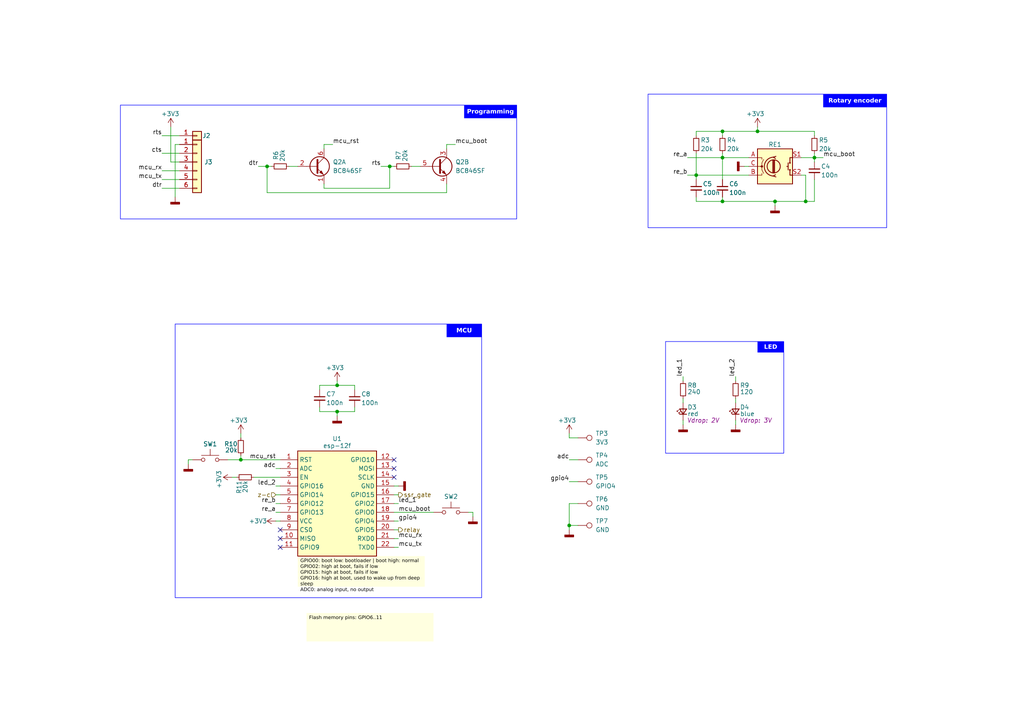
<source format=kicad_sch>
(kicad_sch (version 20231120) (generator "eeschema") (generator_version "8.0")
  (paper "A4")
  (title_block (title "LEDDs") (date "2025-02-17") (rev "1.0") (company "Vas's lab"))
  (lib_symbols
    (symbol "Connector:TestPoint" (pin_numbers hide) (pin_names (offset 0.762) hide)
      (property "Reference" "TP" (at 0 6.858 0))
      (property "Value" "TestPoint" (at 0 5.08 0))
      (symbol "TestPoint_0_1"
        (circle (center 0 3.302) (radius 0.762))
      )
      (symbol "TestPoint_1_1"
        (pin passive line (at 0 0 90) (length 2.54) (name "1") (number "1"))
      )
    )
    (symbol "Connector_Generic:Conn_01x01" (pin_names (offset 1.016) hide)
      (property "Reference" "J" (at 0 2.54 0))
      (property "Value" "Conn_01x01" (at 0 -2.54 0))
      (symbol "Conn_01x01_1_1"
        (rectangle (start -1.27 0.127) (end 0 -0.127) (stroke (width 0.1524)))
        (rectangle (start -1.27 1.27) (end 1.27 -1.27) (stroke (width 0.254)) (fill (type background)))
        (pin passive line (at -5.08 0 0) (length 3.81) (name "Pin_1") (number "1"))
      )
    )
    (symbol "Connector_Generic:Conn_01x06" (pin_names (offset 1.016) hide)
      (property "Reference" "J" (at 0 7.62 0))
      (property "Value" "Conn_01x06" (at 0 -10.16 0))
      (symbol "Conn_01x06_1_1"
        (rectangle (start -1.27 -7.493) (end 0 -7.747) (stroke (width 0.1524)))
        (rectangle (start -1.27 -4.953) (end 0 -5.207) (stroke (width 0.1524)))
        (rectangle (start -1.27 -2.413) (end 0 -2.667) (stroke (width 0.1524)))
        (rectangle (start -1.27 0.127) (end 0 -0.127) (stroke (width 0.1524)))
        (rectangle (start -1.27 2.667) (end 0 2.413) (stroke (width 0.1524)))
        (rectangle (start -1.27 5.207) (end 0 4.953) (stroke (width 0.1524)))
        (rectangle (start -1.27 6.35) (end 1.27 -8.89) (stroke (width 0.254)) (fill (type background)))
        (pin passive line (at -5.08 5.08 0) (length 3.81) (name "Pin_1") (number "1"))
        (pin passive line (at -5.08 2.54 0) (length 3.81) (name "Pin_2") (number "2"))
        (pin passive line (at -5.08 0 0) (length 3.81) (name "Pin_3") (number "3"))
        (pin passive line (at -5.08 -2.54 0) (length 3.81) (name "Pin_4") (number "4"))
        (pin passive line (at -5.08 -5.08 0) (length 3.81) (name "Pin_5") (number "5"))
        (pin passive line (at -5.08 -7.62 0) (length 3.81) (name "Pin_6") (number "6"))
      )
    )
    (symbol "Device:C_Small" (pin_numbers hide) (pin_names (offset 0.254) hide)
      (property "Reference" "C" (at 0.254 1.778 0))
      (property "Value" "C_Small" (at 0.254 -2.032 0))
      (symbol "C_Small_0_1"
        (polyline (pts (xy -1.524 -0.508) (xy 1.524 -0.508)) (stroke (width 0.3302)))
        (polyline (pts (xy -1.524 0.508) (xy 1.524 0.508)) (stroke (width 0.3048)))
      )
      (symbol "C_Small_1_1"
        (pin passive line (at 0 2.54 270) (length 2.032) (name "~") (number "1"))
        (pin passive line (at 0 -2.54 90) (length 2.032) (name "~") (number "2"))
      )
    )
    (symbol "Device:LED_Small" (pin_numbers hide) (pin_names (offset 0.254) hide)
      (property "Reference" "D" (at -1.27 3.175 0))
      (property "Value" "LED_Small" (at -4.445 -2.54 0))
      (symbol "LED_Small_0_1"
        (polyline (pts (xy -0.762 -1.016) (xy -0.762 1.016)) (stroke (width 0.254)))
        (polyline (pts (xy 1.016 0) (xy -0.762 0)))
        (polyline (pts (xy 0.762 -1.016) (xy -0.762 0) (xy 0.762 1.016) (xy 0.762 -1.016)) (stroke (width 0.254)))
        (polyline (pts (xy 0 0.762) (xy -0.508 1.27) (xy -0.254 1.27) (xy -0.508 1.27) (xy -0.508 1.016)))
        (polyline (pts (xy 0.508 1.27) (xy 0 1.778) (xy 0.254 1.778) (xy 0 1.778) (xy 0 1.524)))
      )
      (symbol "LED_Small_1_1"
        (pin passive line (at -2.54 0 0) (length 1.778) (name "K") (number "1"))
        (pin passive line (at 2.54 0 180) (length 1.778) (name "A") (number "2"))
      )
    )
    (symbol "Device:Q_Dual_NPN_NPN_E1B1C2E2B2C1" (pin_names (offset 0) hide)
      (property "Reference" "Q" (at 5.08 1.27 0))
      (property "Value" "Q_Dual_NPN_NPN_E1B1C2E2B2C1" (at 5.08 -1.27 0))
      (symbol "Q_Dual_NPN_NPN_E1B1C2E2B2C1_0_1"
        (polyline (pts (xy 0.635 0) (xy -2.54 0)))
        (polyline (pts (xy 0.635 0.635) (xy 2.54 2.54)))
        (polyline (pts (xy 0.635 -0.635) (xy 2.54 -2.54) (xy 2.54 -2.54)))
        (polyline (pts (xy 0.635 1.905) (xy 0.635 -1.905) (xy 0.635 -1.905)) (stroke (width 0.508)))
        (polyline (pts (xy 1.27 -1.778) (xy 1.778 -1.27) (xy 2.286 -2.286) (xy 1.27 -1.778) (xy 1.27 -1.778)) (fill (type outline)))
        (circle (center 1.27 0) (radius 2.8194) (stroke (width 0.254)))
      )
      (symbol "Q_Dual_NPN_NPN_E1B1C2E2B2C1_1_1"
        (pin passive line (at 2.54 -5.08 90) (length 2.54) (name "E1") (number "1"))
        (pin input line (at -5.08 0 0) (length 2.54) (name "B1") (number "2"))
        (pin passive line (at 2.54 5.08 270) (length 2.54) (name "C1") (number "6"))
      )
      (symbol "Q_Dual_NPN_NPN_E1B1C2E2B2C1_2_1"
        (pin passive line (at 2.54 5.08 270) (length 2.54) (name "C2") (number "3"))
        (pin passive line (at 2.54 -5.08 90) (length 2.54) (name "E2") (number "4"))
        (pin input line (at -5.08 0 0) (length 2.54) (name "B2") (number "5"))
      )
    )
    (symbol "Device:R_Small" (pin_numbers hide) (pin_names (offset 0.254) hide)
      (property "Reference" "R" (at 0.762 0.508 0))
      (property "Value" "R_Small" (at 0.762 -1.016 0))
      (symbol "R_Small_0_1"
        (rectangle (start -0.762 1.778) (end 0.762 -1.778) (stroke (width 0.2032)))
      )
      (symbol "R_Small_1_1"
        (pin passive line (at 0 2.54 270) (length 0.762) (name "~") (number "1"))
        (pin passive line (at 0 -2.54 90) (length 0.762) (name "~") (number "2"))
      )
    )
    (symbol "Device:RotaryEncoder_Switch" (pin_names (offset 0.254) hide)
      (property "Reference" "SW" (at 0 6.604 0))
      (property "Value" "RotaryEncoder_Switch" (at 0 -6.604 0))
      (symbol "RotaryEncoder_Switch_0_1"
        (rectangle (start -5.08 5.08) (end 5.08 -5.08) (stroke (width 0.254)) (fill (type background)))
        (circle (center -3.81 0) (radius 0.254) (fill (type outline)))
        (circle (center -0.381 0) (radius 1.905) (stroke (width 0.254)))
        (arc (start -0.381 2.667) (mid -3.0988 -0.0635) (end -0.381 -2.794) (stroke (width 0.254)))
        (polyline (pts (xy -0.635 -1.778) (xy -0.635 1.778)) (stroke (width 0.254)))
        (polyline (pts (xy -0.381 -1.778) (xy -0.381 1.778)) (stroke (width 0.254)))
        (polyline (pts (xy -0.127 1.778) (xy -0.127 -1.778)) (stroke (width 0.254)))
        (polyline (pts (xy 3.81 0) (xy 3.429 0)) (stroke (width 0.254)))
        (polyline (pts (xy 3.81 1.016) (xy 3.81 -1.016)) (stroke (width 0.254)))
        (polyline (pts (xy -5.08 -2.54) (xy -3.81 -2.54) (xy -3.81 -2.032)))
        (polyline (pts (xy -5.08 2.54) (xy -3.81 2.54) (xy -3.81 2.032)))
        (polyline (pts (xy 0.254 -3.048) (xy -0.508 -2.794) (xy 0.127 -2.413)) (stroke (width 0.254)))
        (polyline (pts (xy 0.254 2.921) (xy -0.508 2.667) (xy 0.127 2.286)) (stroke (width 0.254)))
        (polyline (pts (xy 5.08 -2.54) (xy 4.318 -2.54) (xy 4.318 -1.016)) (stroke (width 0.254)))
        (polyline (pts (xy 5.08 2.54) (xy 4.318 2.54) (xy 4.318 1.016)) (stroke (width 0.254)))
        (polyline (pts (xy -5.08 0) (xy -3.81 0) (xy -3.81 -1.016) (xy -3.302 -2.032)))
        (polyline (pts (xy -4.318 0) (xy -3.81 0) (xy -3.81 1.016) (xy -3.302 2.032)))
        (circle (center 4.318 -1.016) (radius 0.127) (stroke (width 0.254)))
        (circle (center 4.318 1.016) (radius 0.127) (stroke (width 0.254)))
      )
      (symbol "RotaryEncoder_Switch_1_1"
        (pin passive line (at -7.62 2.54 0) (length 2.54) (name "A") (number "A"))
        (pin passive line (at -7.62 -2.54 0) (length 2.54) (name "B") (number "B"))
        (pin passive line (at -7.62 0 0) (length 2.54) (name "C") (number "C"))
        (pin passive line (at 7.62 2.54 180) (length 2.54) (name "S1") (number "S1"))
        (pin passive line (at 7.62 -2.54 180) (length 2.54) (name "S2") (number "S2"))
      )
    )
    (symbol "Switch:SW_Push" (pin_numbers hide) (pin_names (offset 1.016) hide)
      (property "Reference" "SW" (at 1.27 2.54 0))
      (property "Value" "SW_Push" (at 0 -1.524 0))
      (symbol "SW_Push_0_1"
        (circle (center -2.032 0) (radius 0.508))
        (polyline (pts (xy 0 1.27) (xy 0 3.048)))
        (polyline (pts (xy 2.54 1.27) (xy -2.54 1.27)))
        (circle (center 2.032 0) (radius 0.508))
        (pin passive line (at -5.08 0 0) (length 2.54) (name "1") (number "1"))
        (pin passive line (at 5.08 0 180) (length 2.54) (name "2") (number "2"))
      )
    )
    (symbol "esp-12f:esp-12f"
      (property "Reference" "IC" (at 29.21 7.62 0))
      (property "Value" "esp-12f" (at 29.21 5.08 0))
      (symbol "esp-12f_1_1"
        (rectangle (start 5.08 2.54) (end 27.94 -27.94) (stroke (width 0.254)) (fill (type background)))
        (pin passive line (at 0 0 0) (length 5.08) (name "RST") (number "1"))
        (pin passive line (at 0 -22.86 0) (length 5.08) (name "MISO") (number "10"))
        (pin passive line (at 0 -25.4 0) (length 5.08) (name "GPIO9") (number "11"))
        (pin passive line (at 33.02 0 180) (length 5.08) (name "GPIO10") (number "12"))
        (pin passive line (at 33.02 -2.54 180) (length 5.08) (name "MOSI") (number "13"))
        (pin passive line (at 33.02 -5.08 180) (length 5.08) (name "SCLK") (number "14"))
        (pin passive line (at 33.02 -7.62 180) (length 5.08) (name "GND") (number "15"))
        (pin passive line (at 33.02 -10.16 180) (length 5.08) (name "GPIO15") (number "16"))
        (pin passive line (at 33.02 -12.7 180) (length 5.08) (name "GPIO2") (number "17"))
        (pin passive line (at 33.02 -15.24 180) (length 5.08) (name "GPIO0") (number "18"))
        (pin passive line (at 33.02 -17.78 180) (length 5.08) (name "GPIO4") (number "19"))
        (pin passive line (at 0 -2.54 0) (length 5.08) (name "ADC") (number "2"))
        (pin passive line (at 33.02 -20.32 180) (length 5.08) (name "GPIO5") (number "20"))
        (pin passive line (at 33.02 -22.86 180) (length 5.08) (name "RXD0") (number "21"))
        (pin passive line (at 33.02 -25.4 180) (length 5.08) (name "TXD0") (number "22"))
        (pin passive line (at 0 -5.08 0) (length 5.08) (name "EN") (number "3"))
        (pin passive line (at 0 -7.62 0) (length 5.08) (name "GPIO16") (number "4"))
        (pin passive line (at 0 -10.16 0) (length 5.08) (name "GPIO14") (number "5"))
        (pin passive line (at 0 -12.7 0) (length 5.08) (name "GPIO12") (number "6"))
        (pin passive line (at 0 -15.24 0) (length 5.08) (name "GPIO13") (number "7"))
        (pin passive line (at 0 -17.78 0) (length 5.08) (name "VCC") (number "8"))
        (pin passive line (at 0 -20.32 0) (length 5.08) (name "CS0") (number "9"))
      )
    )
    (symbol "power:+3V3" (power) (pin_names (offset 0))
      (property "Value" "+3V3" (at 0 3.556 0))
      (symbol "+3V3_0_1"
        (polyline (pts (xy -0.762 1.27) (xy 0 2.54)))
        (polyline (pts (xy 0 0) (xy 0 2.54)))
        (polyline (pts (xy 0 2.54) (xy 0.762 1.27)))
      )
      (symbol "+3V3_1_1"
        (pin power_in line (at 0 0 90) (length 0) hide (name "+3V3") (number "1"))
      )
    )
    (symbol "power:GNDD" (power) (pin_names (offset 0))
      (property "Value" "GNDD" (at 0 -3.175 0))
      (symbol "GNDD_0_1"
        (rectangle (start -1.27 -1.524) (end 1.27 -2.032) (stroke (width 0.254)) (fill (type outline)))
        (polyline (pts (xy 0 0) (xy 0 -1.524)))
      )
      (symbol "GNDD_1_1"
        (pin power_in line (at 0 0 270) (length 0) hide (name "GNDD") (number "1"))
      )
    )
  )
  (junction (at 209.55 58.42))
  (junction (at 201.93 50.8))
  (junction (at 236.22 45.72))
  (junction (at 224.79 58.42))
  (junction (at 233.68 58.42))
  (junction (at 165.1 152.4))
  (junction (at 69.85 133.35))
  (junction (at 209.55 45.72))
  (junction (at 97.79 119.38))
  (junction (at 97.79 111.76))
  (junction (at 209.55 38.1))
  (junction (at 77.47 48.26))
  (junction (at 219.71 38.1))
  (junction (at 113.03 48.26))
  (no_connect (at 114.3 133.35))
  (no_connect (at 81.28 153.67))
  (no_connect (at 81.28 158.75))
  (no_connect (at 81.28 156.21))
  (no_connect (at 114.3 135.89))
  (no_connect (at 114.3 138.43))
  (wire (pts (xy 167.64 127) (xy 165.1 127)))
  (wire (pts (xy 201.93 50.8) (xy 217.17 50.8)))
  (wire (pts (xy 49.53 46.99) (xy 52.07 46.99)))
  (wire (pts (xy 201.93 57.15) (xy 201.93 58.42)))
  (wire (pts (xy 46.99 54.61) (xy 52.07 54.61)))
  (wire (pts (xy 46.99 44.45) (xy 52.07 44.45)))
  (wire (pts (xy 73.66 138.43) (xy 81.28 138.43)))
  (wire (pts (xy 232.41 50.8) (xy 233.68 50.8)))
  (wire (pts (xy 129.54 55.88) (xy 77.47 55.88)))
  (wire (pts (xy 198.12 115.57) (xy 198.12 116.84)))
  (wire (pts (xy 165.1 152.4) (xy 165.1 153.67)))
  (wire (pts (xy 114.3 156.21) (xy 115.57 156.21)))
  (wire (pts (xy 102.87 113.03) (xy 102.87 111.76)))
  (wire (pts (xy 198.12 109.22) (xy 198.12 110.49)))
  (wire (pts (xy 219.71 36.83) (xy 219.71 38.1)))
  (wire (pts (xy 93.98 53.34) (xy 93.98 54.61)))
  (wire (pts (xy 114.3 151.13) (xy 115.57 151.13)))
  (wire (pts (xy 209.55 45.72) (xy 209.55 52.07)))
  (wire (pts (xy 92.71 118.11) (xy 92.71 119.38)))
  (wire (pts (xy 97.79 119.38) (xy 92.71 119.38)))
  (wire (pts (xy 167.64 152.4) (xy 165.1 152.4)))
  (wire (pts (xy 66.04 133.35) (xy 69.85 133.35)))
  (wire (pts (xy 129.54 53.34) (xy 129.54 55.88)))
  (wire (pts (xy 219.71 38.1) (xy 236.22 38.1)))
  (wire (pts (xy 97.79 110.49) (xy 97.79 111.76)))
  (wire (pts (xy 165.1 139.7) (xy 167.64 139.7)))
  (wire (pts (xy 209.55 45.72) (xy 217.17 45.72)))
  (wire (pts (xy 165.1 133.35) (xy 167.64 133.35)))
  (wire (pts (xy 199.39 50.8) (xy 201.93 50.8)))
  (wire (pts (xy 113.03 48.26) (xy 113.03 54.61)))
  (wire (pts (xy 49.53 36.83) (xy 49.53 46.99)))
  (wire (pts (xy 233.68 50.8) (xy 233.68 58.42)))
  (wire (pts (xy 93.98 41.91) (xy 93.98 43.18)))
  (wire (pts (xy 135.89 148.59) (xy 137.16 148.59)))
  (wire (pts (xy 46.99 52.07) (xy 52.07 52.07)))
  (wire (pts (xy 97.79 119.38) (xy 97.79 120.65)))
  (wire (pts (xy 97.79 111.76) (xy 92.71 111.76)))
  (wire (pts (xy 80.01 146.05) (xy 81.28 146.05)))
  (wire (pts (xy 213.36 109.22) (xy 213.36 110.49)))
  (wire (pts (xy 113.03 54.61) (xy 93.98 54.61)))
  (wire (pts (xy 209.55 45.72) (xy 209.55 44.45)))
  (wire (pts (xy 209.55 57.15) (xy 209.55 58.42)))
  (wire (pts (xy 80.01 151.13) (xy 81.28 151.13)))
  (wire (pts (xy 114.3 146.05) (xy 115.57 146.05)))
  (wire (pts (xy 209.55 38.1) (xy 219.71 38.1)))
  (wire (pts (xy 102.87 111.76) (xy 97.79 111.76)))
  (wire (pts (xy 92.71 111.76) (xy 92.71 113.03)))
  (wire (pts (xy 69.85 133.35) (xy 81.28 133.35)))
  (wire (pts (xy 137.16 148.59) (xy 137.16 149.86)))
  (wire (pts (xy 77.47 48.26) (xy 78.74 48.26)))
  (wire (pts (xy 224.79 58.42) (xy 224.79 59.69)))
  (wire (pts (xy 67.31 138.43) (xy 68.58 138.43)))
  (wire (pts (xy 46.99 49.53) (xy 52.07 49.53)))
  (wire (pts (xy 114.3 153.67) (xy 115.57 153.67)))
  (wire (pts (xy 110.49 48.26) (xy 113.03 48.26)))
  (wire (pts (xy 74.93 48.26) (xy 77.47 48.26)))
  (wire (pts (xy 114.3 158.75) (xy 115.57 158.75)))
  (wire (pts (xy 80.01 143.51) (xy 81.28 143.51)))
  (wire (pts (xy 167.64 146.05) (xy 165.1 146.05)))
  (wire (pts (xy 83.82 48.26) (xy 86.36 48.26)))
  (wire (pts (xy 114.3 148.59) (xy 125.73 148.59)))
  (wire (pts (xy 201.93 58.42) (xy 209.55 58.42)))
  (wire (pts (xy 209.55 38.1) (xy 201.93 38.1)))
  (wire (pts (xy 215.9 48.26) (xy 217.17 48.26)))
  (wire (pts (xy 80.01 140.97) (xy 81.28 140.97)))
  (wire (pts (xy 69.85 132.08) (xy 69.85 133.35)))
  (wire (pts (xy 201.93 38.1) (xy 201.93 39.37)))
  (wire (pts (xy 119.38 48.26) (xy 121.92 48.26)))
  (wire (pts (xy 213.36 121.92) (xy 213.36 123.19)))
  (wire (pts (xy 236.22 44.45) (xy 236.22 45.72)))
  (wire (pts (xy 102.87 118.11) (xy 102.87 119.38)))
  (wire (pts (xy 46.99 39.37) (xy 52.07 39.37)))
  (wire (pts (xy 209.55 38.1) (xy 209.55 39.37)))
  (wire (pts (xy 52.07 41.91) (xy 50.8 41.91)))
  (wire (pts (xy 50.8 41.91) (xy 50.8 57.15)))
  (wire (pts (xy 114.3 140.97) (xy 115.57 140.97)))
  (wire (pts (xy 77.47 55.88) (xy 77.47 48.26)))
  (wire (pts (xy 236.22 45.72) (xy 236.22 46.99)))
  (wire (pts (xy 201.93 44.45) (xy 201.93 50.8)))
  (wire (pts (xy 165.1 127) (xy 165.1 125.73)))
  (wire (pts (xy 80.01 135.89) (xy 81.28 135.89)))
  (wire (pts (xy 236.22 45.72) (xy 232.41 45.72)))
  (wire (pts (xy 54.61 133.35) (xy 55.88 133.35)))
  (wire (pts (xy 236.22 38.1) (xy 236.22 39.37)))
  (wire (pts (xy 80.01 148.59) (xy 81.28 148.59)))
  (wire (pts (xy 114.3 143.51) (xy 115.57 143.51)))
  (wire (pts (xy 102.87 119.38) (xy 97.79 119.38)))
  (wire (pts (xy 69.85 125.73) (xy 69.85 127)))
  (wire (pts (xy 236.22 45.72) (xy 238.76 45.72)))
  (wire (pts (xy 165.1 146.05) (xy 165.1 152.4)))
  (wire (pts (xy 129.54 41.91) (xy 129.54 43.18)))
  (wire (pts (xy 199.39 45.72) (xy 209.55 45.72)))
  (wire (pts (xy 213.36 115.57) (xy 213.36 116.84)))
  (wire (pts (xy 132.08 41.91) (xy 129.54 41.91)))
  (wire (pts (xy 96.52 41.91) (xy 93.98 41.91)))
  (wire (pts (xy 201.93 50.8) (xy 201.93 52.07)))
  (wire (pts (xy 236.22 58.42) (xy 236.22 52.07)))
  (wire (pts (xy 54.61 134.62) (xy 54.61 133.35)))
  (wire (pts (xy 198.12 121.92) (xy 198.12 123.19)))
  (wire (pts (xy 209.55 58.42) (xy 224.79 58.42)))
  (wire (pts (xy 233.68 58.42) (xy 236.22 58.42)))
  (wire (pts (xy 224.79 58.42) (xy 233.68 58.42)))
  (wire (pts (xy 114.3 48.26) (xy 113.03 48.26)))
  (rectangle (start 34.925 30.48) (end 149.86 63.5) (stroke (width 0) (color 0 0 255 1)))
  (rectangle (start 193.04 99.06) (end 227.33 131.445) (stroke (width 0) (color 0 0 255 1)))
  (rectangle (start 50.8 93.98) (end 139.7 173.355) (stroke (width 0) (color 0 0 255 1)))
  (rectangle (start 187.96 27.305) (end 257.175 66.04) (stroke (width 0) (color 0 0 255 1)))
  (text_box "MCU" (at 129.54 93.98 0) (size 10.16 3.81) (stroke (width -0.0001) (color 0 0 255 1)) (fill (type color) (color 0 0 255 1)) (effects (font (size 1.27 1.27) (thickness 0.254) (bold yes))))
  (text_box "Rotary encoder" (at 238.76 27.305 0) (size 18.415 3.81) (stroke (width -0.0001) (color 0 0 255 1)) (fill (type color) (color 0 0 255 1)) (effects (font (size 1.27 1.27) (thickness 0.254) (bold yes))))
  (text_box "GPIO00: boot low: bootloader | boot high: normal\nGPIO02: high at boot, fails if low\nGPIO15: high at boot, fails if low\nGPIO16: high at boot, used to wake up from deep sleep\nADC0: analog input, no output\n\n" (at 86.36 161.29 0) (size 36.83 8.89) (stroke (width -0.0001)) (fill (type color) (color 255 255 194 0.5)) (effects (font (size 1 1)) (justify left top)))
  (text_box "Flash memory pins: GPIO6..11\n\n\n" (at 88.9 177.8 0) (size 36.83 8.255) (stroke (width -0.0001)) (fill (type color) (color 255 255 194 0.5)) (effects (font (size 1 1)) (justify left top)))
  (text_box "LED" (at 219.71 99.06 0) (size 7.62 3.175) (stroke (width -0.0001) (color 0 0 255 1)) (fill (type color) (color 0 0 255 1)) (effects (font (size 1.27 1.27) (thickness 0.254) (bold yes))))
  (text_box "Programming" (at 134.62 30.48 0) (size 15.24 3.81) (stroke (width -0.0001) (color 0 0 255 1)) (fill (type color) (color 0 0 255 1)) (effects (font (size 1.27 1.27) (thickness 0.254) (bold yes))))
  (label "adc" (at 165.1 133.35 180))
  (label "led_2" (at 213.36 109.22 90))
  (label "mcu_tx" (at 46.99 52.07 180))
  (label "led_1" (at 198.12 109.22 90))
  (label " cts" (at 46.99 44.45 180))
  (label "mcu_boot" (at 238.76 45.72 0))
  (label "led_2" (at 80.01 140.97 180))
  (label "dtr" (at 46.99 54.61 180))
  (label "led_1" (at 115.57 146.05 0))
  (label "rts" (at 46.99 39.37 180))
  (label "mcu_tx" (at 115.57 158.75 0))
  (label "mcu_rst" (at 96.52 41.91 0))
  (label "mcu_rx" (at 115.57 156.21 0))
  (label "mcu_rx" (at 46.99 49.53 180))
  (label "re_a" (at 199.39 45.72 180))
  (label "mcu_boot" (at 132.08 41.91 0))
  (label "dtr" (at 74.93 48.26 180))
  (label "re_b" (at 80.01 146.05 180))
  (label "gpio4" (at 115.57 151.13 0))
  (label "mcu_boot" (at 115.57 148.59 0))
  (label "rts" (at 110.49 48.26 180))
  (label "mcu_rst" (at 72.39 133.35 0))
  (label "adc" (at 80.01 135.89 180))
  (label "re_a" (at 80.01 148.59 180))
  (label "re_b" (at 199.39 50.8 180))
  (label "gpio4" (at 165.1 139.7 180))
  (hierarchical_label "z-c" (shape input) (at 80.01 143.51 180))
  (hierarchical_label "ssr_gate" (shape output) (at 115.57 143.51 0))
  (hierarchical_label "relay" (shape output) (at 115.57 153.67 0))
  (symbol (lib_id "power:+3V3") (at 49.53 36.83 0) (unit 1)
    (property "Reference" "#PWR011" (effects (hide yes)))
    (property "Value" "+3V3" (at 46.736 33.02 0) (effects (justify left)))
  )
  (symbol (lib_id "Device:R_Small") (at 236.22 41.91 180) (unit 1)
    (property "Reference" "R5" (at 237.49 40.64 0) (effects (justify right)))
    (property "Value" "20k" (at 237.49 43.18 0) (effects (justify right)))
    (property "Footprint" "Resistor_SMD:R_0805_2012Metric_Pad1.20x1.40mm_HandSolder" (effects (hide yes)))
  )
  (symbol (lib_id "Switch:SW_Push") (at 130.81 148.59 0) (unit 1)
    (property "Reference" "SW2" (at 130.81 144.018 0))
    (property "Value" "~" (at 130.81 144.272 0))
    (property "Footprint" "Button_Switch_SMD:SW_Push_SPST_NO_Alps_SKRK" (effects (hide yes)))
    (property "Description" "Push button switch, generic, two pins" (effects (hide yes)))
  )
  (symbol (lib_id "Device:R_Small") (at 71.12 138.43 270) (unit 1)
    (property "Reference" "R11" (at 69.342 143.256 0) (effects (justify right)))
    (property "Value" "20k" (at 71.12 143.002 0) (effects (justify right)))
    (property "Footprint" "Resistor_SMD:R_0805_2012Metric_Pad1.20x1.40mm_HandSolder" (effects (hide yes)))
  )
  (symbol (lib_id "Device:Q_Dual_NPN_NPN_E1B1C2E2B2C1") (at 127 48.26 0) (unit 2)
    (property "Reference" "Q2" (at 132.08 46.9899 0) (effects (justify left)))
    (property "Value" "BC846SF" (at 132.08 49.5299 0) (effects (justify left)))
    (property "Footprint" "Package_TO_SOT_SMD:SOT-363_SC-70-6_Handsoldering" (effects (hide yes)))
    (property "Datasheet" "https://4donline.ihs.com/images/VipMasterIC/IC/NEXP/NEXP-S-A0002909337/NEXP-S-A0002909337-1.pdf?hkey=6D3A4C79FDBF58556ACFDE234799DDF0" (effects (hide yes)))
    (property "Description" "Dual NPN transistor, 6 pin package" (effects (hide yes)))
  )
  (symbol (lib_id "Device:C_Small") (at 201.93 54.61 0) (unit 1)
    (property "Reference" "C5" (at 203.835 53.34 0) (effects (justify left)))
    (property "Value" "100n" (at 203.835 55.88 0) (effects (justify left)))
    (property "Footprint" "Capacitor_SMD:C_0805_2012Metric_Pad1.18x1.45mm_HandSolder" (effects (hide yes)))
  )
  (symbol (lib_id "Device:R_Small") (at 81.28 48.26 90) (unit 1)
    (property "Reference" "R6" (at 80.01 45.085 0))
    (property "Value" "20k" (at 81.915 45.085 0))
    (property "Footprint" "Resistor_SMD:R_0805_2012Metric_Pad1.20x1.40mm_HandSolder" (effects (hide yes)))
  )
  (symbol (lib_id "Connector:TestPoint") (at 167.64 127 270) (unit 1) (exclude_from_sim yes) (in_bom no)
    (property "Reference" "TP3" (at 172.72 125.7299 90) (effects (justify left)))
    (property "Value" "3V3" (at 172.72 128.2699 90) (effects (justify left)))
    (property "Footprint" "TestPoint:TestPoint_Pad_1.0x1.0mm" (effects (hide yes)))
    (property "Description" "test point" (effects (hide yes)))
    (property "Legend" "3V3" (effects (hide yes)))
  )
  (symbol (lib_id "Connector_Generic:Conn_01x06") (at 57.15 46.99 0) (unit 1) (in_bom no)
    (property "Reference" "J3" (at 60.452 46.99 0))
    (property "Value" "Conn_01x06" (effects (hide yes)))
    (property "Footprint" "Connector_PinHeader_2.54mm:PinHeader_1x06_P2.54mm_Vertical" (effects (hide yes)))
    (property "Description" "Generic connector, single row, 01x06, script generated (kicad-library-utils/schlib/autogen/connector/)" (effects (hide yes)))
  )
  (symbol (lib_id "Switch:SW_Push") (at 60.96 133.35 0) (unit 1)
    (property "Reference" "SW1" (at 60.96 128.778 0))
    (property "Value" "~" (at 60.96 129.032 0))
    (property "Footprint" "Button_Switch_SMD:SW_Push_SPST_NO_Alps_SKRK" (effects (hide yes)))
    (property "Description" "Push button switch, generic, two pins" (effects (hide yes)))
  )
  (symbol (lib_id "Device:LED_Small") (at 213.36 119.38 90) (unit 1)
    (property "Reference" "D4" (at 214.63 118.11 90) (effects (justify right)))
    (property "Value" "blue" (at 214.63 120.015 90) (effects (justify right)))
    (property "Footprint" "LED_SMD:LED_0805_2012Metric_Pad1.15x1.40mm_HandSolder" (effects (hide yes)))
    (property "Vdrop" "3V" (at 214.63 121.92 90) (show_name yes) (effects (font (italic yes)) (justify right)))
    (property "I" "10mA" (effects (hide yes)))
  )
  (symbol (lib_id "power:GNDD") (at 215.9 48.26 270) (unit 1)
    (property "Reference" "#PWR012" (effects (hide yes)))
    (property "Value" "GNDD" (effects (hide yes)))
  )
  (symbol (lib_id "power:+3V3") (at 67.31 138.43 90) (unit 1)
    (property "Reference" "#PWR022" (effects (hide yes)))
    (property "Value" "+3V3" (at 63.5 139.065 0))
  )
  (symbol (lib_id "Device:R_Small") (at 198.12 113.03 180) (unit 1)
    (property "Reference" "R8" (at 199.39 111.76 0) (effects (justify right)))
    (property "Value" "240" (at 199.39 113.665 0) (effects (justify right)))
    (property "Footprint" "Resistor_SMD:R_0805_2012Metric_Pad1.20x1.40mm_HandSolder" (effects (hide yes)))
  )
  (symbol (lib_id "Device:LED_Small") (at 198.12 119.38 90) (unit 1)
    (property "Reference" "D3" (at 199.39 118.11 90) (effects (justify right)))
    (property "Value" "red" (at 199.39 120.015 90) (effects (justify right)))
    (property "Footprint" "LED_SMD:LED_0805_2012Metric_Pad1.15x1.40mm_HandSolder" (effects (hide yes)))
    (property "Vdrop" "2V" (at 199.39 121.92 90) (show_name yes) (effects (font (italic yes)) (justify right)))
    (property "I" "10mA" (effects (hide yes)))
  )
  (symbol (lib_id "Device:R_Small") (at 116.84 48.26 90) (unit 1)
    (property "Reference" "R7" (at 115.57 45.085 0))
    (property "Value" "20k" (at 117.475 45.085 0))
    (property "Footprint" "Resistor_SMD:R_0805_2012Metric_Pad1.20x1.40mm_HandSolder" (effects (hide yes)))
  )
  (symbol (lib_id "Connector:TestPoint") (at 167.64 146.05 270) (unit 1) (exclude_from_sim yes) (in_bom no)
    (property "Reference" "TP6" (at 172.72 144.7799 90) (effects (justify left)))
    (property "Value" "GND" (at 172.72 147.3199 90) (effects (justify left)))
    (property "Footprint" "TestPoint:TestPoint_Pad_1.0x1.0mm" (effects (hide yes)))
    (property "Description" "test point" (effects (hide yes)))
    (property "Legend" "GND" (effects (hide yes)))
  )
  (symbol (lib_id "power:GNDD") (at 97.79 120.65 0) (unit 1)
    (property "Reference" "#PWR016" (effects (hide yes)))
    (property "Value" "GNDD" (effects (hide yes)))
  )
  (symbol (lib_id "Connector:TestPoint") (at 167.64 133.35 270) (unit 1) (exclude_from_sim yes) (in_bom no)
    (property "Reference" "TP4" (at 172.72 132.0799 90) (effects (justify left)))
    (property "Value" "ADC" (at 172.72 134.6199 90) (effects (justify left)))
    (property "Footprint" "TestPoint:TestPoint_Pad_1.0x1.0mm" (effects (hide yes)))
    (property "Description" "test point" (effects (hide yes)))
    (property "Legend" "ADC" (effects (hide yes)))
  )
  (symbol (lib_id "Device:Q_Dual_NPN_NPN_E1B1C2E2B2C1") (at 91.44 48.26 0) (unit 1)
    (property "Reference" "Q2" (at 96.52 46.9899 0) (effects (justify left)))
    (property "Value" "BC846SF" (at 96.52 49.5299 0) (effects (justify left)))
    (property "Footprint" "Package_TO_SOT_SMD:SOT-363_SC-70-6_Handsoldering" (effects (hide yes)))
    (property "Datasheet" "https://4donline.ihs.com/images/VipMasterIC/IC/NEXP/NEXP-S-A0002909337/NEXP-S-A0002909337-1.pdf?hkey=6D3A4C79FDBF58556ACFDE234799DDF0" (effects (hide yes)))
    (property "Description" "Dual NPN transistor, 6 pin package" (effects (hide yes)))
  )
  (symbol (lib_id "Device:C_Small") (at 92.71 115.57 0) (unit 1)
    (property "Reference" "C7" (at 94.615 114.3 0) (effects (justify left)))
    (property "Value" "100n" (at 94.615 116.84 0) (effects (justify left)))
    (property "Footprint" "Capacitor_SMD:C_0805_2012Metric_Pad1.18x1.45mm_HandSolder" (effects (hide yes)))
  )
  (symbol (lib_id "Device:R_Small") (at 69.85 129.54 180) (unit 1)
    (property "Reference" "R10" (at 65.024 128.778 0) (effects (justify right)))
    (property "Value" "20k" (at 65.278 130.556 0) (effects (justify right)))
    (property "Footprint" "Resistor_SMD:R_0805_2012Metric_Pad1.20x1.40mm_HandSolder" (effects (hide yes)))
  )
  (symbol (lib_id "power:GNDD") (at 54.61 134.62 0) (unit 1)
    (property "Reference" "#PWR021" (effects (hide yes)))
    (property "Value" "GNDD" (effects (hide yes)))
  )
  (symbol (lib_id "Device:R_Small") (at 213.36 113.03 180) (unit 1)
    (property "Reference" "R9" (at 214.63 111.76 0) (effects (justify right)))
    (property "Value" "120" (at 214.63 113.665 0) (effects (justify right)))
    (property "Footprint" "Resistor_SMD:R_0805_2012Metric_Pad1.20x1.40mm_HandSolder" (effects (hide yes)))
  )
  (symbol (lib_id "Connector:TestPoint") (at 167.64 139.7 270) (unit 1) (exclude_from_sim yes) (in_bom no)
    (property "Reference" "TP5" (at 172.72 138.4299 90) (effects (justify left)))
    (property "Value" "GPIO4" (at 172.72 140.9699 90) (effects (justify left)))
    (property "Footprint" "TestPoint:TestPoint_Pad_1.0x1.0mm" (effects (hide yes)))
    (property "Description" "test point" (effects (hide yes)))
    (property "Legend" "IO4" (effects (hide yes)))
  )
  (symbol (lib_id "Device:RotaryEncoder_Switch") (at 224.79 48.26 0) (unit 1)
    (property "Reference" "RE1" (at 224.79 41.91 0))
    (property "Value" "RotaryEncoder_Switch" (effects (hide yes)))
    (property "Footprint" "Rotary_Encoder:RotaryEncoder_Alps_EC11E-Switch_Vertical_H20mm" (effects (hide yes)))
  )
  (symbol (lib_id "power:+3V3") (at 219.71 36.83 0) (unit 1)
    (property "Reference" "#PWR010" (effects (hide yes)))
    (property "Value" "+3V3" (at 219.075 33.02 0))
  )
  (symbol (lib_id "power:GNDD") (at 50.8 57.15 0) (unit 1)
    (property "Reference" "#PWR013" (effects (hide yes)))
    (property "Value" "GNDD" (effects (hide yes)))
  )
  (symbol (lib_id "Device:C_Small") (at 236.22 49.53 0) (unit 1)
    (property "Reference" "C4" (at 238.125 48.26 0) (effects (justify left)))
    (property "Value" "100n" (at 238.125 50.8 0) (effects (justify left)))
    (property "Footprint" "Capacitor_SMD:C_0805_2012Metric_Pad1.18x1.45mm_HandSolder" (effects (hide yes)))
  )
  (symbol (lib_id "Device:R_Small") (at 201.93 41.91 180) (unit 1)
    (property "Reference" "R3" (at 203.2 40.64 0) (effects (justify right)))
    (property "Value" "20k" (at 203.2 43.18 0) (effects (justify right)))
    (property "Footprint" "Resistor_SMD:R_0805_2012Metric_Pad1.20x1.40mm_HandSolder" (effects (hide yes)))
  )
  (symbol (lib_id "power:GNDD") (at 198.12 123.19 0) (unit 1)
    (property "Reference" "#PWR017" (effects (hide yes)))
    (property "Value" "GNDD" (effects (hide yes)))
  )
  (symbol (lib_id "power:GNDD") (at 137.16 149.86 0) (unit 1)
    (property "Reference" "#PWR024" (effects (hide yes)))
    (property "Value" "GNDD" (effects (hide yes)))
  )
  (symbol (lib_id "power:+3V3") (at 97.79 110.49 0) (unit 1)
    (property "Reference" "#PWR015" (effects (hide yes)))
    (property "Value" "+3V3" (at 97.155 106.68 0))
  )
  (symbol (lib_id "power:GNDD") (at 213.36 123.19 0) (unit 1)
    (property "Reference" "#PWR018" (effects (hide yes)))
    (property "Value" "GNDD" (effects (hide yes)))
  )
  (symbol (lib_id "Device:C_Small") (at 102.87 115.57 0) (unit 1)
    (property "Reference" "C8" (at 104.775 114.3 0) (effects (justify left)))
    (property "Value" "100n" (at 104.775 116.84 0) (effects (justify left)))
    (property "Footprint" "Capacitor_SMD:C_0805_2012Metric_Pad1.18x1.45mm_HandSolder" (effects (hide yes)))
  )
  (symbol (lib_id "power:+3V3") (at 69.85 125.73 0) (unit 1)
    (property "Reference" "#PWR019" (effects (hide yes)))
    (property "Value" "+3V3" (at 69.215 121.92 0))
  )
  (symbol (lib_id "Device:R_Small") (at 209.55 41.91 180) (unit 1)
    (property "Reference" "R4" (at 210.82 40.64 0) (effects (justify right)))
    (property "Value" "20k" (at 210.82 43.18 0) (effects (justify right)))
    (property "Footprint" "Resistor_SMD:R_0805_2012Metric_Pad1.20x1.40mm_HandSolder" (effects (hide yes)))
  )
  (symbol (lib_id "Connector_Generic:Conn_01x01") (at 57.15 39.37 0) (unit 1) (in_bom no)
    (property "Reference" "J2" (at 58.674 39.37 0) (effects (justify left)))
    (property "Value" "Conn_01x01" (effects (hide yes)))
    (property "Footprint" "Connector_Wire:SolderWire-0.1sqmm_1x01_D0.4mm_OD1mm" (effects (hide yes)))
    (property "Description" "Generic connector, single row, 01x01, script generated (kicad-library-utils/schlib/autogen/connector/)" (effects (hide yes)))
  )
  (symbol (lib_id "power:GNDD") (at 165.1 153.67 0) (unit 1)
    (property "Reference" "#PWR026" (effects (hide yes)))
    (property "Value" "GNDD" (effects (hide yes)))
  )
  (symbol (lib_id "power:+3V3") (at 165.1 125.73 0) (unit 1)
    (property "Reference" "#PWR020" (effects (hide yes)))
    (property "Value" "+3V3" (at 164.465 121.92 0))
  )
  (symbol (lib_id "power:GNDD") (at 224.79 59.69 0) (mirror y) (unit 1)
    (property "Reference" "#PWR014" (effects (hide yes)))
    (property "Value" "GNDD" (effects (hide yes)))
  )
  (symbol (lib_id "esp-12f:esp-12f") (at 81.28 133.35 0) (unit 1)
    (property "Reference" "U1" (at 97.79 127.254 0))
    (property "Value" "esp-12f" (at 97.79 129.286 0))
    (property "Footprint" "ESP-12F:esp12f" (effects (hide yes)))
    (property "Datasheet" "https://docs.ai-thinker.com/_media/esp8266/docs/esp-12f_product_specification_en.pdf" (effects (hide yes)))
    (property "Height" "3.1" (effects (hide yes)))
    (property "Manufacturer_Name" "Ai-Thinker" (effects (hide yes)))
    (property "Manufacturer_Part_Number" "esp-12f" (effects (hide yes)))
  )
  (symbol (lib_id "power:+3V3") (at 80.01 151.13 90) (unit 1)
    (property "Reference" "#PWR025" (effects (hide yes)))
    (property "Value" "+3V3" (at 77.47 151.13 90) (effects (justify left)))
  )
  (symbol (lib_id "power:GNDD") (at 115.57 140.97 90) (unit 1)
    (property "Reference" "#PWR023" (effects (hide yes)))
    (property "Value" "GNDD" (effects (hide yes)))
  )
  (symbol (lib_id "Connector:TestPoint") (at 167.64 152.4 270) (unit 1) (exclude_from_sim yes) (in_bom no)
    (property "Reference" "TP7" (at 172.72 151.1299 90) (effects (justify left)))
    (property "Value" "GND" (at 172.72 153.6699 90) (effects (justify left)))
    (property "Footprint" "TestPoint:TestPoint_Pad_1.0x1.0mm" (effects (hide yes)))
    (property "Description" "test point" (effects (hide yes)))
    (property "Legend" "GND" (effects (hide yes)))
  )
  (symbol (lib_id "Device:C_Small") (at 209.55 54.61 0) (unit 1)
    (property "Reference" "C6" (at 211.455 53.34 0) (effects (justify left)))
    (property "Value" "100n" (at 211.455 55.88 0) (effects (justify left)))
    (property "Footprint" "Capacitor_SMD:C_0805_2012Metric_Pad1.18x1.45mm_HandSolder" (effects (hide yes)))
  )
)
</source>
